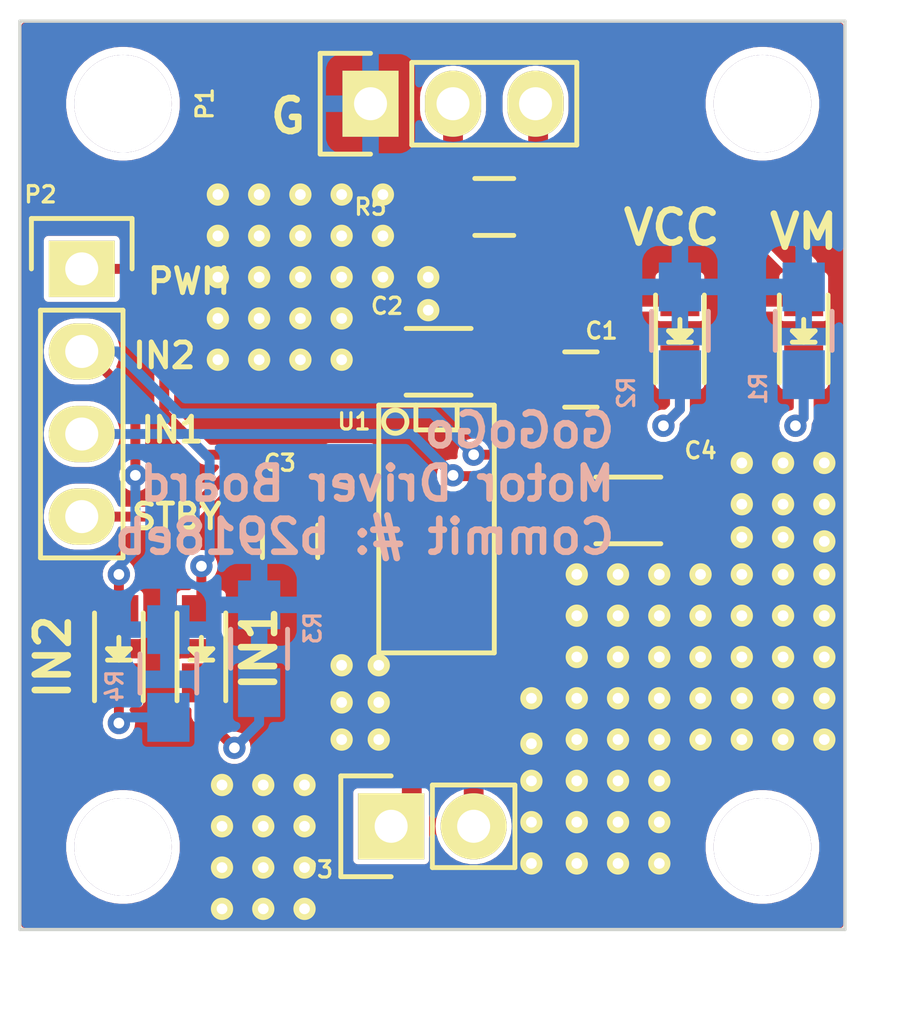
<source format=kicad_pcb>
(kicad_pcb (version 20221018) (generator pcbnew)
  (layers (0 "F.Cu" signal) (31 "B.Cu" signal) (34 "B.Paste" user) (35 "F.Paste" user) (36 "B.SilkS" user "B.Silkscreen") (37 "F.SilkS" user "F.Silkscreen") (38 "B.Mask" user) (39 "F.Mask" user) (44 "Edge.Cuts" user))
  (net 0 "")
  (net 1 "GND")
  (net 2 "/VCC")
  (net 3 "/VM")
  (net 4 "/PWM")
  (net 5 "/IN2")
  (net 6 "/IN1")
  (net 7 "/STBY")
  (net 8 "/O1")
  (net 9 "/O2")
  (net 10 "Net-(D1-Pad1)")
  (net 11 "Net-(D2-Pad1)")
  (net 12 "Net-(D3-Pad1)")
  (net 13 "Net-(D4-Pad1)")
  (footprint "Capacitors_SMD:C_0805" (layer "F.Cu") (at 168.656 116.1796)
    (fp_text reference "C1" (at 0.635 -1.4986) (layer "F.SilkS") (effects (font (size 0.5 0.5) (thickness 0.1))))
    (fp_text value ".1U")
    (pad "1" smd rect (at -1 0) (size 1 1.25) (layers "F.Cu" "F.Paste" "F.Mask") (net 2 "/VCC"))
    (pad "2" smd rect (at 1 0) (size 1 1.25) (layers "F.Cu" "F.Paste" "F.Mask") (net 1 "GND"))
  )
  (footprint "Capacitors_SMD:C_1206" (layer "F.Cu") (at 164.2745 115.6335 180)
    (fp_text reference "C2" (at 1.5875 1.7145 180) (layer "F.SilkS") (effects (font (size 0.5 0.5) (thickness 0.1))))
    (fp_text value "10U")
    (pad "1" smd rect (at -1.5 0 180) (size 1 1.6) (layers "F.Cu" "F.Paste" "F.Mask") (net 2 "/VCC"))
    (pad "2" smd rect (at 1.5 0 180) (size 1 1.6) (layers "F.Cu" "F.Paste" "F.Mask") (net 1 "GND"))
  )
  (footprint "Capacitors_SMD:C_0805" (layer "F.Cu") (at 159.7025 121.158 -90)
    (fp_text reference "C3" (at -2.413 0.3175) (layer "F.SilkS") (effects (font (size 0.5 0.5) (thickness 0.1))))
    (fp_text value ".1U")
    (pad "1" smd rect (at -1 0 270) (size 1 1.25) (layers "F.Cu" "F.Paste" "F.Mask") (net 3 "/VM"))
    (pad "2" smd rect (at 1 0 270) (size 1 1.25) (layers "F.Cu" "F.Paste" "F.Mask") (net 1 "GND"))
  )
  (footprint "Capacitors_SMD:C_1206" (layer "F.Cu") (at 170.1165 120.2055)
    (fp_text reference "C4" (at 2.2225 -1.8415) (layer "F.SilkS") (effects (font (size 0.5 0.5) (thickness 0.1))))
    (fp_text value "10U")
    (pad "1" smd rect (at -1.5 0) (size 1 1.6) (layers "F.Cu" "F.Paste" "F.Mask") (net 3 "/VM"))
    (pad "2" smd rect (at 1.5 0) (size 1 1.6) (layers "F.Cu" "F.Paste" "F.Mask") (net 1 "GND"))
  )
  (footprint "Pin_Headers:Pin_Header_Straight_1x04" (layer "F.Cu") (at 153.289 112.776)
    (fp_text reference "P2" (at -1.27 -2.286) (layer "F.SilkS") (effects (font (size 0.5 0.5) (thickness 0.1))))
    (fp_text value "CONN_01X04")
    (pad "1" thru_hole rect (at 0 0) (size 2.032 1.7272) (drill 1.016) (layers "*.Cu" "*.Mask" "F.SilkS") (net 4 "/PWM"))
    (pad "2" thru_hole oval (at 0 2.54) (size 2.032 1.7272) (drill 1.016) (layers "*.Cu" "*.Mask" "F.SilkS") (net 5 "/IN2"))
    (pad "3" thru_hole oval (at 0 5.08) (size 2.032 1.7272) (drill 1.016) (layers "*.Cu" "*.Mask" "F.SilkS") (net 6 "/IN1"))
    (pad "4" thru_hole oval (at 0 7.62) (size 2.032 1.7272) (drill 1.016) (layers "*.Cu" "*.Mask" "F.SilkS") (net 7 "/STBY"))
  )
  (footprint "Pin_Headers:Pin_Header_Straight_1x02" (layer "F.Cu") (at 162.814 129.921 90)
    (fp_text reference "P3" (at -1.3335 -2.286 180) (layer "F.SilkS") (effects (font (size 0.5 0.5) (thickness 0.1))))
    (fp_text value "CONN_01X02")
    (pad "1" thru_hole rect (at 0 0 90) (size 2.032 2.032) (drill 1.016) (layers "*.Cu" "*.Mask" "F.SilkS") (net 8 "/O1"))
    (pad "2" thru_hole oval (at 0 2.54 90) (size 2.032 2.032) (drill 1.016) (layers "*.Cu" "*.Mask" "F.SilkS") (net 9 "/O2"))
  )
  (footprint "SMD_Packages:SSOP-20" (layer "F.Cu") (at 164.211 120.777 -90)
    (fp_text reference "U1" (at -3.302 2.54) (layer "F.SilkS") (effects (font (size 0.5 0.5) (thickness 0.1))))
    (fp_text value "TB6593FNG")
    (pad "1" smd rect (at -2.921 2.667 270) (size 0.4064 1.27) (layers "F.Cu" "F.Paste" "F.Mask") (net 1 "GND"))
    (pad "2" smd rect (at -2.286 2.667 270) (size 0.4064 1.27) (layers "F.Cu" "F.Paste" "F.Mask") (net 4 "/PWM"))
    (pad "3" smd rect (at -1.6256 2.667 270) (size 0.4064 1.27) (layers "F.Cu" "F.Paste" "F.Mask") (net 7 "/STBY"))
    (pad "4" smd rect (at -0.9652 2.667 270) (size 0.4064 1.27) (layers "F.Cu" "F.Paste" "F.Mask") (net 3 "/VM"))
    (pad "5" smd rect (at -0.3302 2.667 270) (size 0.4064 1.27) (layers "F.Cu" "F.Paste" "F.Mask") (net 3 "/VM"))
    (pad "6" smd rect (at 0.3302 2.667 270) (size 0.4064 1.27) (layers "F.Cu" "F.Paste" "F.Mask") (net 8 "/O1"))
    (pad "7" smd rect (at 0.9906 2.667 270) (size 0.4064 1.27) (layers "F.Cu" "F.Paste" "F.Mask") (net 8 "/O1"))
    (pad "8" smd rect (at 1.6256 2.667 270) (size 0.4064 1.27) (layers "F.Cu" "F.Paste" "F.Mask") (net 1 "GND"))
    (pad "9" smd rect (at 2.286 2.667 270) (size 0.4064 1.27) (layers "F.Cu" "F.Paste" "F.Mask") (net 1 "GND"))
    (pad "10" smd rect (at 2.921 2.667 270) (size 0.4064 1.27) (layers "F.Cu" "F.Paste" "F.Mask") (net 1 "GND"))
    (pad "11" smd rect (at 2.921 -2.667 270) (size 0.4064 1.27) (layers "F.Cu" "F.Paste" "F.Mask") (net 1 "GND"))
    (pad "12" smd rect (at 2.286 -2.667 270) (size 0.4064 1.27) (layers "F.Cu" "F.Paste" "F.Mask") (net 1 "GND"))
    (pad "13" smd rect (at 1.6256 -2.667 270) (size 0.4064 1.27) (layers "F.Cu" "F.Paste" "F.Mask") (net 1 "GND"))
    (pad "14" smd rect (at 0.9906 -2.667 270) (size 0.4064 1.27) (layers "F.Cu" "F.Paste" "F.Mask") (net 9 "/O2"))
    (pad "15" smd rect (at 0.3302 -2.667 270) (size 0.4064 1.27) (layers "F.Cu" "F.Paste" "F.Mask") (net 9 "/O2"))
    (pad "16" smd rect (at -0.3302 -2.667 270) (size 0.4064 1.27) (layers "F.Cu" "F.Paste" "F.Mask") (net 3 "/VM"))
    (pad "17" smd rect (at -0.9652 -2.667 270) (size 0.4064 1.27) (layers "F.Cu" "F.Paste" "F.Mask") (net 3 "/VM"))
    (pad "18" smd rect (at -1.6256 -2.667 270) (size 0.4064 1.27) (layers "F.Cu" "F.Paste" "F.Mask") (net 6 "/IN1"))
    (pad "19" smd rect (at -2.286 -2.667 270) (size 0.4064 1.27) (layers "F.Cu" "F.Paste" "F.Mask") (net 5 "/IN2"))
    (pad "20" smd rect (at -2.921 -2.667 270) (size 0.4064 1.27) (layers "F.Cu" "F.Paste" "F.Mask") (net 2 "/VCC"))
  )
  (footprint "LEDs:LED-0805" (layer "F.Cu") (at 175.514 114.681 90)
    (fp_text reference "D1" hide)
    (fp_text value "LED")
    (pad "1" smd rect (at -1.04902 0 270) (size 1.19888 1.19888) (layers "F.Cu" "F.Paste" "F.Mask") (net 10 "Net-(D1-Pad1)"))
    (pad "2" smd rect (at 1.04902 0 270) (size 1.19888 1.19888) (layers "F.Cu" "F.Paste" "F.Mask") (net 3 "/VM"))
  )
  (footprint "LEDs:LED-0805" (layer "F.Cu") (at 171.704 114.681 90)
    (fp_text reference "D2" hide)
    (fp_text value "LED")
    (pad "1" smd rect (at -1.04902 0 270) (size 1.19888 1.19888) (layers "F.Cu" "F.Paste" "F.Mask") (net 11 "Net-(D2-Pad1)"))
    (pad "2" smd rect (at 1.04902 0 270) (size 1.19888 1.19888) (layers "F.Cu" "F.Paste" "F.Mask") (net 2 "/VCC"))
  )
  (footprint "LEDs:LED-0805" (layer "F.Cu") (at 156.972 124.46 90)
    (fp_text reference "D3" hide)
    (fp_text value "LED")
    (pad "1" smd rect (at -1.04902 0 270) (size 1.19888 1.19888) (layers "F.Cu" "F.Paste" "F.Mask") (net 12 "Net-(D3-Pad1)"))
    (pad "2" smd rect (at 1.04902 0 270) (size 1.19888 1.19888) (layers "F.Cu" "F.Paste" "F.Mask") (net 6 "/IN1"))
  )
  (footprint "LEDs:LED-0805" (layer "F.Cu") (at 154.432 124.46 90)
    (fp_text reference "D4" hide)
    (fp_text value "LED")
    (pad "1" smd rect (at -1.04902 0 270) (size 1.19888 1.19888) (layers "F.Cu" "F.Paste" "F.Mask") (net 13 "Net-(D4-Pad1)"))
    (pad "2" smd rect (at 1.04902 0 270) (size 1.19888 1.19888) (layers "F.Cu" "F.Paste" "F.Mask") (net 5 "/IN2"))
  )
  (footprint "Resistors_SMD:R_0805_HandSoldering" (layer "F.Cu") (at 165.989 110.871 180)
    (fp_text reference "R5" (at 3.81 0 180) (layer "F.SilkS") (effects (font (size 0.5 0.5) (thickness 0.1))))
    (fp_text value "0")
    (pad "1" smd rect (at -1.35 0 180) (size 1.5 1.3) (layers "F.Cu" "F.Paste" "F.Mask") (net 3 "/VM"))
    (pad "2" smd rect (at 1.35 0 180) (size 1.5 1.3) (layers "F.Cu" "F.Paste" "F.Mask") (net 2 "/VCC"))
  )
  (footprint "Pin_Headers:Pin_Header_Straight_1x03" (layer "F.Cu") (at 162.179 107.696 90)
    (fp_text reference "P1" (at 0 -5.1 90) (layer "F.SilkS") (effects (font (size 0.5 0.5) (thickness 0.1))))
    (fp_text value "CONN_01X03")
    (pad "1" thru_hole rect (at 0 0 90) (size 2.032 1.7272) (drill 1.016) (layers "*.Cu" "*.Mask" "F.SilkS") (net 1 "GND"))
    (pad "2" thru_hole oval (at 0 2.54 90) (size 2.032 1.7272) (drill 1.016) (layers "*.Cu" "*.Mask" "F.SilkS") (net 2 "/VCC"))
    (pad "3" thru_hole oval (at 0 5.08 90) (size 2.032 1.7272) (drill 1.016) (layers "*.Cu" "*.Mask" "F.SilkS") (net 3 "/VM"))
  )
  (footprint "Mounting_Holes:MountingHole_3mm" (layer "F.Cu") (at 174.244 107.696)
    (fp_text reference "REF**" hide)
    (fp_text value "MountingHole_3mm")
    (pad "" thru_hole circle (at 0 0) (size 3 3) (drill 3) (layers))
  )
  (footprint "Mounting_Holes:MountingHole_3mm" (layer "F.Cu") (at 154.559 107.696)
    (fp_text reference "REF**11" hide)
    (fp_text value "MountingHole_3mm")
    (pad "" thru_hole circle (at 0 0) (size 3 3) (drill 3) (layers))
  )
  (footprint "Mounting_Holes:MountingHole_3mm" (layer "F.Cu") (at 154.559 130.556)
    (fp_text reference "REF**11" hide)
    (fp_text value "MountingHole_3mm")
    (pad "" thru_hole circle (at 0 0) (size 3 3) (drill 3) (layers))
  )
  (footprint "Mounting_Holes:MountingHole_3mm" (layer "F.Cu") (at 174.244 130.556)
    (fp_text reference "REF**" hide)
    (fp_text value "MountingHole_3mm")
    (pad "" thru_hole circle (at 0 0) (size 3 3) (drill 3) (layers))
  )
  (footprint "MotorDriver:Via" (layer "F.Cu") (at 157.48 110.49)
    (fp_text reference "REF**111" hide)
    (fp_text value "Via" hide)
    (pad "1" thru_hole circle (at 0 0) (size 0.6858 0.6858) (drill 0.3302) (layers "*.Cu" "*.Mask" "F.SilkS") (net 1 "GND"))
  )
  (footprint "MotorDriver:Via" (layer "F.Cu") (at 158.75 110.49)
    (fp_text reference "REF**121" hide)
    (fp_text value "Via" hide)
    (pad "1" thru_hole circle (at 0 0) (size 0.6858 0.6858) (drill 0.3302) (layers "*.Cu" "*.Mask" "F.SilkS") (net 1 "GND"))
  )
  (footprint "MotorDriver:Via" (layer "F.Cu") (at 160.02 110.49)
    (fp_text reference "REF**131" hide)
    (fp_text value "Via" hide)
    (pad "1" thru_hole circle (at 0 0) (size 0.6858 0.6858) (drill 0.3302) (layers "*.Cu" "*.Mask" "F.SilkS") (net 1 "GND"))
  )
  (footprint "MotorDriver:Via" (layer "F.Cu") (at 161.29 110.49)
    (fp_text reference "REF**141" hide)
    (fp_text value "Via" hide)
    (pad "1" thru_hole circle (at 0 0) (size 0.6858 0.6858) (drill 0.3302) (layers "*.Cu" "*.Mask" "F.SilkS") (net 1 "GND"))
  )
  (footprint "MotorDriver:Via" (layer "F.Cu") (at 162.56 110.49)
    (fp_text reference "REF**151" hide)
    (fp_text value "Via" hide)
    (pad "1" thru_hole circle (at 0 0) (size 0.6858 0.6858) (drill 0.3302) (layers "*.Cu" "*.Mask" "F.SilkS") (net 1 "GND"))
  )
  (footprint "MotorDriver:Via" (layer "F.Cu") (at 157.48 111.76)
    (fp_text reference "REF**112" hide)
    (fp_text value "Via" hide)
    (pad "1" thru_hole circle (at 0 0) (size 0.6858 0.6858) (drill 0.3302) (layers "*.Cu" "*.Mask" "F.SilkS") (net 1 "GND"))
  )
  (footprint "MotorDriver:Via" (layer "F.Cu") (at 158.75 111.76)
    (fp_text reference "REF**122" hide)
    (fp_text value "Via" hide)
    (pad "1" thru_hole circle (at 0 0) (size 0.6858 0.6858) (drill 0.3302) (layers "*.Cu" "*.Mask" "F.SilkS") (net 1 "GND"))
  )
  (footprint "MotorDriver:Via" (layer "F.Cu") (at 160.02 111.76)
    (fp_text reference "REF**132" hide)
    (fp_text value "Via" hide)
    (pad "1" thru_hole circle (at 0 0) (size 0.6858 0.6858) (drill 0.3302) (layers "*.Cu" "*.Mask" "F.SilkS") (net 1 "GND"))
  )
  (footprint "MotorDriver:Via" (layer "F.Cu") (at 161.29 111.76)
    (fp_text reference "REF**142" hide)
    (fp_text value "Via" hide)
    (pad "1" thru_hole circle (at 0 0) (size 0.6858 0.6858) (drill 0.3302) (layers "*.Cu" "*.Mask" "F.SilkS") (net 1 "GND"))
  )
  (footprint "MotorDriver:Via" (layer "F.Cu") (at 162.56 111.76)
    (fp_text reference "REF**152" hide)
    (fp_text value "Via" hide)
    (pad "1" thru_hole circle (at 0 0) (size 0.6858 0.6858) (drill 0.3302) (layers "*.Cu" "*.Mask" "F.SilkS") (net 1 "GND"))
  )
  (footprint "MotorDriver:Via" (layer "F.Cu") (at 157.48 113.03)
    (fp_text reference "REF**113" hide)
    (fp_text value "Via" hide)
    (pad "1" thru_hole circle (at 0 0) (size 0.6858 0.6858) (drill 0.3302) (layers "*.Cu" "*.Mask" "F.SilkS") (net 1 "GND"))
  )
  (footprint "MotorDriver:Via" (layer "F.Cu") (at 158.75 113.03)
    (fp_text reference "REF**123" hide)
    (fp_text value "Via" hide)
    (pad "1" thru_hole circle (at 0 0) (size 0.6858 0.6858) (drill 0.3302) (layers "*.Cu" "*.Mask" "F.SilkS") (net 1 "GND"))
  )
  (footprint "MotorDriver:Via" (layer "F.Cu") (at 160.02 113.03)
    (fp_text reference "REF**133" hide)
    (fp_text value "Via" hide)
    (pad "1" thru_hole circle (at 0 0) (size 0.6858 0.6858) (drill 0.3302) (layers "*.Cu" "*.Mask" "F.SilkS") (net 1 "GND"))
  )
  (footprint "MotorDriver:Via" (layer "F.Cu") (at 161.29 113.03)
    (fp_text reference "REF**143" hide)
    (fp_text value "Via" hide)
    (pad "1" thru_hole circle (at 0 0) (size 0.6858 0.6858) (drill 0.3302) (layers "*.Cu" "*.Mask" "F.SilkS") (net 1 "GND"))
  )
  (footprint "MotorDriver:Via" (layer "F.Cu") (at 162.56 113.03)
    (fp_text reference "REF**153" hide)
    (fp_text value "Via" hide)
    (pad "1" thru_hole circle (at 0 0) (size 0.6858 0.6858) (drill 0.3302) (layers "*.Cu" "*.Mask" "F.SilkS") (net 1 "GND"))
  )
  (footprint "MotorDriver:Via" (layer "F.Cu") (at 157.48 114.3)
    (fp_text reference "REF**114" hide)
    (fp_text value "Via" hide)
    (pad "1" thru_hole circle (at 0 0) (size 0.6858 0.6858) (drill 0.3302) (layers "*.Cu" "*.Mask" "F.SilkS") (net 1 "GND"))
  )
  (footprint "MotorDriver:Via" (layer "F.Cu") (at 158.75 114.3)
    (fp_text reference "REF**124" hide)
    (fp_text value "Via" hide)
    (pad "1" thru_hole circle (at 0 0) (size 0.6858 0.6858) (drill 0.3302) (layers "*.Cu" "*.Mask" "F.SilkS") (net 1 "GND"))
  )
  (footprint "MotorDriver:Via" (layer "F.Cu") (at 160.02 114.3)
    (fp_text reference "REF**134" hide)
    (fp_text value "Via" hide)
    (pad "1" thru_hole circle (at 0 0) (size 0.6858 0.6858) (drill 0.3302) (layers "*.Cu" "*.Mask" "F.SilkS") (net 1 "GND"))
  )
  (footprint "MotorDriver:Via" (layer "F.Cu") (at 161.29 114.3)
    (fp_text reference "REF**144" hide)
    (fp_text value "Via" hide)
    (pad "1" thru_hole circle (at 0 0) (size 0.6858 0.6858) (drill 0.3302) (layers "*.Cu" "*.Mask" "F.SilkS") (net 1 "GND"))
  )
  (footprint "MotorDriver:Via" (layer "F.Cu") (at 163.957 114.046)
    (fp_text reference "REF**154" hide)
    (fp_text value "Via" hide)
    (pad "1" thru_hole circle (at 0 0) (size 0.6858 0.6858) (drill 0.3302) (layers "*.Cu" "*.Mask" "F.SilkS") (net 1 "GND"))
  )
  (footprint "MotorDriver:Via" (layer "F.Cu") (at 157.48 115.57)
    (fp_text reference "REF**115" hide)
    (fp_text value "Via" hide)
    (pad "1" thru_hole circle (at 0 0) (size 0.6858 0.6858) (drill 0.3302) (layers "*.Cu" "*.Mask" "F.SilkS") (net 1 "GND"))
  )
  (footprint "MotorDriver:Via" (layer "F.Cu") (at 158.75 115.57)
    (fp_text reference "REF**125" hide)
    (fp_text value "Via" hide)
    (pad "1" thru_hole circle (at 0 0) (size 0.6858 0.6858) (drill 0.3302) (layers "*.Cu" "*.Mask" "F.SilkS") (net 1 "GND"))
  )
  (footprint "MotorDriver:Via" (layer "F.Cu") (at 160.02 115.57)
    (fp_text reference "REF**135" hide)
    (fp_text value "Via" hide)
    (pad "1" thru_hole circle (at 0 0) (size 0.6858 0.6858) (drill 0.3302) (layers "*.Cu" "*.Mask" "F.SilkS") (net 1 "GND"))
  )
  (footprint "MotorDriver:Via" (layer "F.Cu") (at 161.29 115.57)
    (fp_text reference "REF**145" hide)
    (fp_text value "Via" hide)
    (pad "1" thru_hole circle (at 0 0) (size 0.6858 0.6858) (drill 0.3302) (layers "*.Cu" "*.Mask" "F.SilkS") (net 1 "GND"))
  )
  (footprint "MotorDriver:Via" (layer "F.Cu") (at 163.957 113.03)
    (fp_text reference "REF**155" hide)
    (fp_text value "Via" hide)
    (pad "1" thru_hole circle (at 0 0) (size 0.6858 0.6858) (drill 0.3302) (layers "*.Cu" "*.Mask" "F.SilkS") (net 1 "GND"))
  )
  (footprint "MotorDriver:Via" (layer "F.Cu") (at 168.529 122.174)
    (fp_text reference "REF**1511" hide)
    (fp_text value "Via" hide)
    (pad "1" thru_hole circle (at 0 0) (size 0.6858 0.6858) (drill 0.3302) (layers "*.Cu" "*.Mask" "F.SilkS") (net 1 "GND"))
  )
  (footprint "MotorDriver:Via" (layer "F.Cu") (at 169.799 122.174)
    (fp_text reference "REF**1521" hide)
    (fp_text value "Via" hide)
    (pad "1" thru_hole circle (at 0 0) (size 0.6858 0.6858) (drill 0.3302) (layers "*.Cu" "*.Mask" "F.SilkS") (net 1 "GND"))
  )
  (footprint "MotorDriver:Via" (layer "F.Cu") (at 171.069 122.174)
    (fp_text reference "REF**1531" hide)
    (fp_text value "Via" hide)
    (pad "1" thru_hole circle (at 0 0) (size 0.6858 0.6858) (drill 0.3302) (layers "*.Cu" "*.Mask" "F.SilkS") (net 1 "GND"))
  )
  (footprint "MotorDriver:Via" (layer "F.Cu") (at 172.339 122.174)
    (fp_text reference "REF**1541" hide)
    (fp_text value "Via" hide)
    (pad "1" thru_hole circle (at 0 0) (size 0.6858 0.6858) (drill 0.3302) (layers "*.Cu" "*.Mask" "F.SilkS") (net 1 "GND"))
  )
  (footprint "MotorDriver:Via" (layer "F.Cu") (at 173.609 122.174)
    (fp_text reference "REF**1551" hide)
    (fp_text value "Via" hide)
    (pad "1" thru_hole circle (at 0 0) (size 0.6858 0.6858) (drill 0.3302) (layers "*.Cu" "*.Mask" "F.SilkS") (net 1 "GND"))
  )
  (footprint "MotorDriver:Via" (layer "F.Cu") (at 174.879 122.174)
    (fp_text reference "REF**1561" hide)
    (fp_text value "Via" hide)
    (pad "1" thru_hole circle (at 0 0) (size 0.6858 0.6858) (drill 0.3302) (layers "*.Cu" "*.Mask" "F.SilkS") (net 1 "GND"))
  )
  (footprint "MotorDriver:Via" (layer "F.Cu") (at 176.149 122.174)
    (fp_text reference "REF**1571" hide)
    (fp_text value "Via" hide)
    (pad "1" thru_hole circle (at 0 0) (size 0.6858 0.6858) (drill 0.3302) (layers "*.Cu" "*.Mask" "F.SilkS") (net 1 "GND"))
  )
  (footprint "MotorDriver:Via" (layer "F.Cu") (at 173.609 121.031)
    (fp_text reference "REF**1581" hide)
    (fp_text value "Via" hide)
    (pad "1" thru_hole circle (at 0 0) (size 0.6858 0.6858) (drill 0.3302) (layers "*.Cu" "*.Mask" "F.SilkS") (net 1 "GND"))
  )
  (footprint "MotorDriver:Via" (layer "F.Cu") (at 168.529 123.444)
    (fp_text reference "REF**1512" hide)
    (fp_text value "Via" hide)
    (pad "1" thru_hole circle (at 0 0) (size 0.6858 0.6858) (drill 0.3302) (layers "*.Cu" "*.Mask" "F.SilkS") (net 1 "GND"))
  )
  (footprint "MotorDriver:Via" (layer "F.Cu") (at 169.799 123.444)
    (fp_text reference "REF**1522" hide)
    (fp_text value "Via" hide)
    (pad "1" thru_hole circle (at 0 0) (size 0.6858 0.6858) (drill 0.3302) (layers "*.Cu" "*.Mask" "F.SilkS") (net 1 "GND"))
  )
  (footprint "MotorDriver:Via" (layer "F.Cu") (at 171.069 123.444)
    (fp_text reference "REF**1532" hide)
    (fp_text value "Via" hide)
    (pad "1" thru_hole circle (at 0 0) (size 0.6858 0.6858) (drill 0.3302) (layers "*.Cu" "*.Mask" "F.SilkS") (net 1 "GND"))
  )
  (footprint "MotorDriver:Via" (layer "F.Cu") (at 172.339 123.444)
    (fp_text reference "REF**1542" hide)
    (fp_text value "Via" hide)
    (pad "1" thru_hole circle (at 0 0) (size 0.6858 0.6858) (drill 0.3302) (layers "*.Cu" "*.Mask" "F.SilkS") (net 1 "GND"))
  )
  (footprint "MotorDriver:Via" (layer "F.Cu") (at 173.609 123.444)
    (fp_text reference "REF**1552" hide)
    (fp_text value "Via" hide)
    (pad "1" thru_hole circle (at 0 0) (size 0.6858 0.6858) (drill 0.3302) (layers "*.Cu" "*.Mask" "F.SilkS") (net 1 "GND"))
  )
  (footprint "MotorDriver:Via" (layer "F.Cu") (at 174.879 123.444)
    (fp_text reference "REF**1562" hide)
    (fp_text value "Via" hide)
    (pad "1" thru_hole circle (at 0 0) (size 0.6858 0.6858) (drill 0.3302) (layers "*.Cu" "*.Mask" "F.SilkS") (net 1 "GND"))
  )
  (footprint "MotorDriver:Via" (layer "F.Cu") (at 176.149 123.444)
    (fp_text reference "REF**1572" hide)
    (fp_text value "Via" hide)
    (pad "1" thru_hole circle (at 0 0) (size 0.6858 0.6858) (drill 0.3302) (layers "*.Cu" "*.Mask" "F.SilkS") (net 1 "GND"))
  )
  (footprint "MotorDriver:Via" (layer "F.Cu") (at 174.879 121.031)
    (fp_text reference "REF**1582" hide)
    (fp_text value "Via" hide)
    (pad "1" thru_hole circle (at 0 0) (size 0.6858 0.6858) (drill 0.3302) (layers "*.Cu" "*.Mask" "F.SilkS") (net 1 "GND"))
  )
  (footprint "MotorDriver:Via" (layer "F.Cu") (at 168.529 124.714)
    (fp_text reference "REF**1513" hide)
    (fp_text value "Via" hide)
    (pad "1" thru_hole circle (at 0 0) (size 0.6858 0.6858) (drill 0.3302) (layers "*.Cu" "*.Mask" "F.SilkS") (net 1 "GND"))
  )
  (footprint "MotorDriver:Via" (layer "F.Cu") (at 169.799 124.714)
    (fp_text reference "REF**1523" hide)
    (fp_text value "Via" hide)
    (pad "1" thru_hole circle (at 0 0) (size 0.6858 0.6858) (drill 0.3302) (layers "*.Cu" "*.Mask" "F.SilkS") (net 1 "GND"))
  )
  (footprint "MotorDriver:Via" (layer "F.Cu") (at 171.069 124.714)
    (fp_text reference "REF**1533" hide)
    (fp_text value "Via" hide)
    (pad "1" thru_hole circle (at 0 0) (size 0.6858 0.6858) (drill 0.3302) (layers "*.Cu" "*.Mask" "F.SilkS") (net 1 "GND"))
  )
  (footprint "MotorDriver:Via" (layer "F.Cu") (at 172.339 124.714)
    (fp_text reference "REF**1543" hide)
    (fp_text value "Via" hide)
    (pad "1" thru_hole circle (at 0 0) (size 0.6858 0.6858) (drill 0.3302) (layers "*.Cu" "*.Mask" "F.SilkS") (net 1 "GND"))
  )
  (footprint "MotorDriver:Via" (layer "F.Cu") (at 173.609 124.714)
    (fp_text reference "REF**1553" hide)
    (fp_text value "Via" hide)
    (pad "1" thru_hole circle (at 0 0) (size 0.6858 0.6858) (drill 0.3302) (layers "*.Cu" "*.Mask" "F.SilkS") (net 1 "GND"))
  )
  (footprint "MotorDriver:Via" (layer "F.Cu") (at 174.879 124.714)
    (fp_text reference "REF**1563" hide)
    (fp_text value "Via" hide)
    (pad "1" thru_hole circle (at 0 0) (size 0.6858 0.6858) (drill 0.3302) (layers "*.Cu" "*.Mask" "F.SilkS") (net 1 "GND"))
  )
  (footprint "MotorDriver:Via" (layer "F.Cu") (at 176.149 124.714)
    (fp_text reference "REF**1573" hide)
    (fp_text value "Via" hide)
    (pad "1" thru_hole circle (at 0 0) (size 0.6858 0.6858) (drill 0.3302) (layers "*.Cu" "*.Mask" "F.SilkS") (net 1 "GND"))
  )
  (footprint "MotorDriver:Via" (layer "F.Cu") (at 176.149 121.158)
    (fp_text reference "REF**1583" hide)
    (fp_text value "Via" hide)
    (pad "1" thru_hole circle (at 0 0) (size 0.6858 0.6858) (drill 0.3302) (layers "*.Cu" "*.Mask" "F.SilkS") (net 1 "GND"))
  )
  (footprint "MotorDriver:Via" (layer "F.Cu") (at 168.529 125.984)
    (fp_text reference "REF**1514" hide)
    (fp_text value "Via" hide)
    (pad "1" thru_hole circle (at 0 0) (size 0.6858 0.6858) (drill 0.3302) (layers "*.Cu" "*.Mask" "F.SilkS") (net 1 "GND"))
  )
  (footprint "MotorDriver:Via" (layer "F.Cu") (at 169.799 125.984)
    (fp_text reference "REF**1524" hide)
    (fp_text value "Via" hide)
    (pad "1" thru_hole circle (at 0 0) (size 0.6858 0.6858) (drill 0.3302) (layers "*.Cu" "*.Mask" "F.SilkS") (net 1 "GND"))
  )
  (footprint "MotorDriver:Via" (layer "F.Cu") (at 171.069 125.984)
    (fp_text reference "REF**1534" hide)
    (fp_text value "Via" hide)
    (pad "1" thru_hole circle (at 0 0) (size 0.6858 0.6858) (drill 0.3302) (layers "*.Cu" "*.Mask" "F.SilkS") (net 1 "GND"))
  )
  (footprint "MotorDriver:Via" (layer "F.Cu") (at 172.339 125.984)
    (fp_text reference "REF**1544" hide)
    (fp_text value "Via" hide)
    (pad "1" thru_hole circle (at 0 0) (size 0.6858 0.6858) (drill 0.3302) (layers "*.Cu" "*.Mask" "F.SilkS") (net 1 "GND"))
  )
  (footprint "MotorDriver:Via" (layer "F.Cu") (at 173.609 125.984)
    (fp_text reference "REF**1554" hide)
    (fp_text value "Via" hide)
    (pad "1" thru_hole circle (at 0 0) (size 0.6858 0.6858) (drill 0.3302) (layers "*.Cu" "*.Mask" "F.SilkS") (net 1 "GND"))
  )
  (footprint "MotorDriver:Via" (layer "F.Cu") (at 174.879 125.984)
    (fp_text reference "REF**1564" hide)
    (fp_text value "Via" hide)
    (pad "1" thru_hole circle (at 0 0) (size 0.6858 0.6858) (drill 0.3302) (layers "*.Cu" "*.Mask" "F.SilkS") (net 1 "GND"))
  )
  (footprint "MotorDriver:Via" (layer "F.Cu") (at 176.149 125.984)
    (fp_text reference "REF**1574" hide)
    (fp_text value "Via" hide)
    (pad "1" thru_hole circle (at 0 0) (size 0.6858 0.6858) (drill 0.3302) (layers "*.Cu" "*.Mask" "F.SilkS") (net 1 "GND"))
  )
  (footprint "MotorDriver:Via" (layer "F.Cu") (at 176.149 120.015)
    (fp_text reference "REF**1584" hide)
    (fp_text value "Via" hide)
    (pad "1" thru_hole circle (at 0 0) (size 0.6858 0.6858) (drill 0.3302) (layers "*.Cu" "*.Mask" "F.SilkS") (net 1 "GND"))
  )
  (footprint "MotorDriver:Via" (layer "F.Cu") (at 168.529 127.254)
    (fp_text reference "REF**1515" hide)
    (fp_text value "Via" hide)
    (pad "1" thru_hole circle (at 0 0) (size 0.6858 0.6858) (drill 0.3302) (layers "*.Cu" "*.Mask" "F.SilkS") (net 1 "GND"))
  )
  (footprint "MotorDriver:Via" (layer "F.Cu") (at 169.799 127.254)
    (fp_text reference "REF**1525" hide)
    (fp_text value "Via" hide)
    (pad "1" thru_hole circle (at 0 0) (size 0.6858 0.6858) (drill 0.3302) (layers "*.Cu" "*.Mask" "F.SilkS") (net 1 "GND"))
  )
  (footprint "MotorDriver:Via" (layer "F.Cu") (at 171.069 127.254)
    (fp_text reference "REF**1535" hide)
    (fp_text value "Via" hide)
    (pad "1" thru_hole circle (at 0 0) (size 0.6858 0.6858) (drill 0.3302) (layers "*.Cu" "*.Mask" "F.SilkS") (net 1 "GND"))
  )
  (footprint "MotorDriver:Via" (layer "F.Cu") (at 172.339 127.254)
    (fp_text reference "REF**1545" hide)
    (fp_text value "Via" hide)
    (pad "1" thru_hole circle (at 0 0) (size 0.6858 0.6858) (drill 0.3302) (layers "*.Cu" "*.Mask" "F.SilkS") (net 1 "GND"))
  )
  (footprint "MotorDriver:Via" (layer "F.Cu") (at 173.609 127.254)
    (fp_text reference "REF**1555" hide)
    (fp_text value "Via" hide)
    (pad "1" thru_hole circle (at 0 0) (size 0.6858 0.6858) (drill 0.3302) (layers "*.Cu" "*.Mask" "F.SilkS") (net 1 "GND"))
  )
  (footprint "MotorDriver:Via" (layer "F.Cu") (at 174.879 127.254)
    (fp_text reference "REF**1565" hide)
    (fp_text value "Via" hide)
    (pad "1" thru_hole circle (at 0 0) (size 0.6858 0.6858) (drill 0.3302) (layers "*.Cu" "*.Mask" "F.SilkS") (net 1 "GND"))
  )
  (footprint "MotorDriver:Via" (layer "F.Cu") (at 176.149 127.254)
    (fp_text reference "REF**1575" hide)
    (fp_text value "Via" hide)
    (pad "1" thru_hole circle (at 0 0) (size 0.6858 0.6858) (drill 0.3302) (layers "*.Cu" "*.Mask" "F.SilkS") (net 1 "GND"))
  )
  (footprint "MotorDriver:Via" (layer "F.Cu") (at 174.879 120.015)
    (fp_text reference "REF**1585" hide)
    (fp_text value "Via" hide)
    (pad "1" thru_hole circle (at 0 0) (size 0.6858 0.6858) (drill 0.3302) (layers "*.Cu" "*.Mask" "F.SilkS") (net 1 "GND"))
  )
  (footprint "MotorDriver:Via" (layer "F.Cu") (at 168.529 128.524)
    (fp_text reference "REF**1516" hide)
    (fp_text value "Via" hide)
    (pad "1" thru_hole circle (at 0 0) (size 0.6858 0.6858) (drill 0.3302) (layers "*.Cu" "*.Mask" "F.SilkS") (net 1 "GND"))
  )
  (footprint "MotorDriver:Via" (layer "F.Cu") (at 169.799 128.524)
    (fp_text reference "REF**1526" hide)
    (fp_text value "Via" hide)
    (pad "1" thru_hole circle (at 0 0) (size 0.6858 0.6858) (drill 0.3302) (layers "*.Cu" "*.Mask" "F.SilkS") (net 1 "GND"))
  )
  (footprint "MotorDriver:Via" (layer "F.Cu") (at 171.069 128.524)
    (fp_text reference "REF**1536" hide)
    (fp_text value "Via" hide)
    (pad "1" thru_hole circle (at 0 0) (size 0.6858 0.6858) (drill 0.3302) (layers "*.Cu" "*.Mask" "F.SilkS") (net 1 "GND"))
  )
  (footprint "MotorDriver:Via" (layer "F.Cu") (at 162.433 124.968)
    (fp_text reference "REF**1546" hide)
    (fp_text value "Via" hide)
    (pad "1" thru_hole circle (at 0 0) (size 0.6858 0.6858) (drill 0.3302) (layers "*.Cu" "*.Mask" "F.SilkS") (net 1 "GND"))
  )
  (footprint "MotorDriver:Via" (layer "F.Cu") (at 162.433 126.111)
    (fp_text reference "REF**1556" hide)
    (fp_text value "Via" hide)
    (pad "1" thru_hole circle (at 0 0) (size 0.6858 0.6858) (drill 0.3302) (layers "*.Cu" "*.Mask" "F.SilkS") (net 1 "GND"))
  )
  (footprint "MotorDriver:Via" (layer "F.Cu") (at 161.29 124.968)
    (fp_text reference "REF**1566" hide)
    (fp_text value "Via" hide)
    (pad "1" thru_hole circle (at 0 0) (size 0.6858 0.6858) (drill 0.3302) (layers "*.Cu" "*.Mask" "F.SilkS") (net 1 "GND"))
  )
  (footprint "MotorDriver:Via" (layer "F.Cu") (at 162.433 127.254)
    (fp_text reference "REF**1576" hide)
    (fp_text value "Via" hide)
    (pad "1" thru_hole circle (at 0 0) (size 0.6858 0.6858) (drill 0.3302) (layers "*.Cu" "*.Mask" "F.SilkS") (net 1 "GND"))
  )
  (footprint "MotorDriver:Via" (layer "F.Cu") (at 173.609 120.015)
    (fp_text reference "REF**1586" hide)
    (fp_text value "Via" hide)
    (pad "1" thru_hole circle (at 0 0) (size 0.6858 0.6858) (drill 0.3302) (layers "*.Cu" "*.Mask" "F.SilkS") (net 1 "GND"))
  )
  (footprint "MotorDriver:Via" (layer "F.Cu") (at 168.529 129.794)
    (fp_text reference "REF**1517" hide)
    (fp_text value "Via" hide)
    (pad "1" thru_hole circle (at 0 0) (size 0.6858 0.6858) (drill 0.3302) (layers "*.Cu" "*.Mask" "F.SilkS") (net 1 "GND"))
  )
  (footprint "MotorDriver:Via" (layer "F.Cu") (at 169.799 129.794)
    (fp_text reference "REF**1527" hide)
    (fp_text value "Via" hide)
    (pad "1" thru_hole circle (at 0 0) (size 0.6858 0.6858) (drill 0.3302) (layers "*.Cu" "*.Mask" "F.SilkS") (net 1 "GND"))
  )
  (footprint "MotorDriver:Via" (layer "F.Cu") (at 171.069 129.794)
    (fp_text reference "REF**1537" hide)
    (fp_text value "Via" hide)
    (pad "1" thru_hole circle (at 0 0) (size 0.6858 0.6858) (drill 0.3302) (layers "*.Cu" "*.Mask" "F.SilkS") (net 1 "GND"))
  )
  (footprint "MotorDriver:Via" (layer "F.Cu") (at 161.29 127.254)
    (fp_text reference "REF**1547" hide)
    (fp_text value "Via" hide)
    (pad "1" thru_hole circle (at 0 0) (size 0.6858 0.6858) (drill 0.3302) (layers "*.Cu" "*.Mask" "F.SilkS") (net 1 "GND"))
  )
  (footprint "MotorDriver:Via" (layer "F.Cu") (at 167.132 129.794)
    (fp_text reference "REF**1557" hide)
    (fp_text value "Via" hide)
    (pad "1" thru_hole circle (at 0 0) (size 0.6858 0.6858) (drill 0.3302) (layers "*.Cu" "*.Mask" "F.SilkS") (net 1 "GND"))
  )
  (footprint "MotorDriver:Via" (layer "F.Cu") (at 167.132 128.524)
    (fp_text reference "REF**1567" hide)
    (fp_text value "Via" hide)
    (pad "1" thru_hole circle (at 0 0) (size 0.6858 0.6858) (drill 0.3302) (layers "*.Cu" "*.Mask" "F.SilkS") (net 1 "GND"))
  )
  (footprint "MotorDriver:Via" (layer "F.Cu") (at 167.132 125.984)
    (fp_text reference "REF**1577" hide)
    (fp_text value "Via" hide)
    (pad "1" thru_hole circle (at 0 0) (size 0.6858 0.6858) (drill 0.3302) (layers "*.Cu" "*.Mask" "F.SilkS") (net 1 "GND"))
  )
  (footprint "MotorDriver:Via" (layer "F.Cu") (at 174.879 118.745)
    (fp_text reference "REF**1587" hide)
    (fp_text value "Via" hide)
    (pad "1" thru_hole circle (at 0 0) (size 0.6858 0.6858) (drill 0.3302) (layers "*.Cu" "*.Mask" "F.SilkS") (net 1 "GND"))
  )
  (footprint "MotorDriver:Via" (layer "F.Cu") (at 168.529 131.064)
    (fp_text reference "REF**1518" hide)
    (fp_text value "Via" hide)
    (pad "1" thru_hole circle (at 0 0) (size 0.6858 0.6858) (drill 0.3302) (layers "*.Cu" "*.Mask" "F.SilkS") (net 1 "GND"))
  )
  (footprint "MotorDriver:Via" (layer "F.Cu") (at 169.799 131.064)
    (fp_text reference "REF**1528" hide)
    (fp_text value "Via" hide)
    (pad "1" thru_hole circle (at 0 0) (size 0.6858 0.6858) (drill 0.3302) (layers "*.Cu" "*.Mask" "F.SilkS") (net 1 "GND"))
  )
  (footprint "MotorDriver:Via" (layer "F.Cu") (at 171.069 131.064)
    (fp_text reference "REF**1538" hide)
    (fp_text value "Via" hide)
    (pad "1" thru_hole circle (at 0 0) (size 0.6858 0.6858) (drill 0.3302) (layers "*.Cu" "*.Mask" "F.SilkS") (net 1 "GND"))
  )
  (footprint "MotorDriver:Via" (layer "F.Cu") (at 161.29 126.111)
    (fp_text reference "REF**1548" hide)
    (fp_text value "Via" hide)
    (pad "1" thru_hole circle (at 0 0) (size 0.6858 0.6858) (drill 0.3302) (layers "*.Cu" "*.Mask" "F.SilkS") (net 1 "GND"))
  )
  (footprint "MotorDriver:Via" (layer "F.Cu") (at 167.132 131.064)
    (fp_text reference "REF**1558" hide)
    (fp_text value "Via" hide)
    (pad "1" thru_hole circle (at 0 0) (size 0.6858 0.6858) (drill 0.3302) (layers "*.Cu" "*.Mask" "F.SilkS") (net 1 "GND"))
  )
  (footprint "MotorDriver:Via" (layer "F.Cu") (at 167.132 127.381)
    (fp_text reference "REF**1568" hide)
    (fp_text value "Via" hide)
    (pad "1" thru_hole circle (at 0 0) (size 0.6858 0.6858) (drill 0.3302) (layers "*.Cu" "*.Mask" "F.SilkS") (net 1 "GND"))
  )
  (footprint "MotorDriver:Via" (layer "F.Cu") (at 173.609 118.745)
    (fp_text reference "REF**1578" hide)
    (fp_text value "Via" hide)
    (pad "1" thru_hole circle (at 0 0) (size 0.6858 0.6858) (drill 0.3302) (layers "*.Cu" "*.Mask" "F.SilkS") (net 1 "GND"))
  )
  (footprint "MotorDriver:Via" (layer "F.Cu") (at 176.149 118.745)
    (fp_text reference "REF**1588" hide)
    (fp_text value "Via" hide)
    (pad "1" thru_hole circle (at 0 0) (size 0.6858 0.6858) (drill 0.3302) (layers "*.Cu" "*.Mask" "F.SilkS") (net 1 "GND"))
  )
  (footprint "MotorDriver:Via" (layer "F.Cu") (at 157.607 128.651)
    (fp_text reference "REF**155111" hide)
    (fp_text value "Via" hide)
    (pad "1" thru_hole circle (at 0 0) (size 0.6858 0.6858) (drill 0.3302) (layers "*.Cu" "*.Mask" "F.SilkS") (net 1 "GND"))
  )
  (footprint "MotorDriver:Via" (layer "F.Cu") (at 158.877 128.651)
    (fp_text reference "REF**155121" hide)
    (fp_text value "Via" hide)
    (pad "1" thru_hole circle (at 0 0) (size 0.6858 0.6858) (drill 0.3302) (layers "*.Cu" "*.Mask" "F.SilkS") (net 1 "GND"))
  )
  (footprint "MotorDriver:Via" (layer "F.Cu") (at 160.147 128.651)
    (fp_text reference "REF**155131" hide)
    (fp_text value "Via" hide)
    (pad "1" thru_hole circle (at 0 0) (size 0.6858 0.6858) (drill 0.3302) (layers "*.Cu" "*.Mask" "F.SilkS") (net 1 "GND"))
  )
  (footprint "MotorDriver:Via" (layer "F.Cu") (at 157.607 129.921)
    (fp_text reference "REF**155112" hide)
    (fp_text value "Via" hide)
    (pad "1" thru_hole circle (at 0 0) (size 0.6858 0.6858) (drill 0.3302) (layers "*.Cu" "*.Mask" "F.SilkS") (net 1 "GND"))
  )
  (footprint "MotorDriver:Via" (layer "F.Cu") (at 158.877 129.921)
    (fp_text reference "REF**155122" hide)
    (fp_text value "Via" hide)
    (pad "1" thru_hole circle (at 0 0) (size 0.6858 0.6858) (drill 0.3302) (layers "*.Cu" "*.Mask" "F.SilkS") (net 1 "GND"))
  )
  (footprint "MotorDriver:Via" (layer "F.Cu") (at 160.147 129.921)
    (fp_text reference "REF**155132" hide)
    (fp_text value "Via" hide)
    (pad "1" thru_hole circle (at 0 0) (size 0.6858 0.6858) (drill 0.3302) (layers "*.Cu" "*.Mask" "F.SilkS") (net 1 "GND"))
  )
  (footprint "MotorDriver:Via" (layer "F.Cu") (at 157.607 131.191)
    (fp_text reference "REF**155113" hide)
    (fp_text value "Via" hide)
    (pad "1" thru_hole circle (at 0 0) (size 0.6858 0.6858) (drill 0.3302) (layers "*.Cu" "*.Mask" "F.SilkS") (net 1 "GND"))
  )
  (footprint "MotorDriver:Via" (layer "F.Cu") (at 158.877 131.191)
    (fp_text reference "REF**155123" hide)
    (fp_text value "Via" hide)
    (pad "1" thru_hole circle (at 0 0) (size 0.6858 0.6858) (drill 0.3302) (layers "*.Cu" "*.Mask" "F.SilkS") (net 1 "GND"))
  )
  (footprint "MotorDriver:Via" (layer "F.Cu") (at 160.147 131.191)
    (fp_text reference "REF**155133" hide)
    (fp_text value "Via" hide)
    (pad "1" thru_hole circle (at 0 0) (size 0.6858 0.6858) (drill 0.3302) (layers "*.Cu" "*.Mask" "F.SilkS") (net 1 "GND"))
  )
  (footprint "MotorDriver:Via" (layer "F.Cu") (at 157.607 132.461)
    (fp_text reference "REF**155114" hide)
    (fp_text value "Via" hide)
    (pad "1" thru_hole circle (at 0 0) (size 0.6858 0.6858) (drill 0.3302) (layers "*.Cu" "*.Mask" "F.SilkS") (net 1 "GND"))
  )
  (footprint "MotorDriver:Via" (layer "F.Cu") (at 158.877 132.461)
    (fp_text reference "REF**155124" hide)
    (fp_text value "Via" hide)
    (pad "1" thru_hole circle (at 0 0) (size 0.6858 0.6858) (drill 0.3302) (layers "*.Cu" "*.Mask" "F.SilkS") (net 1 "GND"))
  )
  (footprint "MotorDriver:Via" (layer "F.Cu") (at 160.147 132.461)
    (fp_text reference "REF**155134" hide)
    (fp_text value "Via" hide)
    (pad "1" thru_hole circle (at 0 0) (size 0.6858 0.6858) (drill 0.3302) (layers "*.Cu" "*.Mask" "F.SilkS") (net 1 "GND"))
  )
  (footprint "Resistors_SMD:R_0805_HandSoldering" (layer "B.Cu") (at 175.514 114.681 -90)
    (fp_text reference "R1" (at 1.778 1.397 270) (layer "B.SilkS") (effects (font (size 0.5 0.5) (thickness 0.1)) (justify mirror)))
    (fp_text value "1K")
    (pad "1" smd rect (at -1.35 0 270) (size 1.5 1.3) (layers "B.Cu" "B.Paste" "B.Mask") (net 1 "GND"))
    (pad "2" smd rect (at 1.35 0 270) (size 1.5 1.3) (layers "B.Cu" "B.Paste" "B.Mask") (net 10 "Net-(D1-Pad1)"))
  )
  (footprint "Resistors_SMD:R_0805_HandSoldering" (layer "B.Cu") (at 171.704 114.681 -90)
    (fp_text reference "R2" (at 1.905 1.651 270) (layer "B.SilkS") (effects (font (size 0.5 0.5) (thickness 0.1)) (justify mirror)))
    (fp_text value "1K")
    (pad "1" smd rect (at -1.35 0 270) (size 1.5 1.3) (layers "B.Cu" "B.Paste" "B.Mask") (net 1 "GND"))
    (pad "2" smd rect (at 1.35 0 270) (size 1.5 1.3) (layers "B.Cu" "B.Paste" "B.Mask") (net 11 "Net-(D2-Pad1)"))
  )
  (footprint "Resistors_SMD:R_0805_HandSoldering" (layer "B.Cu") (at 158.75 124.46 -90)
    (fp_text reference "R3" (at -0.635 -1.651 270) (layer "B.SilkS") (effects (font (size 0.5 0.5) (thickness 0.1)) (justify mirror)))
    (fp_text value "1K")
    (pad "1" smd rect (at -1.35 0 270) (size 1.5 1.3) (layers "B.Cu" "B.Paste" "B.Mask") (net 1 "GND"))
    (pad "2" smd rect (at 1.35 0 270) (size 1.5 1.3) (layers "B.Cu" "B.Paste" "B.Mask") (net 12 "Net-(D3-Pad1)"))
  )
  (footprint "Resistors_SMD:R_0805_HandSoldering" (layer "B.Cu") (at 155.956 125.222 -90)
    (fp_text reference "R4" (at 0.381 1.651 270) (layer "B.SilkS") (effects (font (size 0.5 0.5) (thickness 0.1)) (justify mirror)))
    (fp_text value "1K")
    (pad "1" smd rect (at -1.35 0 270) (size 1.5 1.3) (layers "B.Cu" "B.Paste" "B.Mask") (net 1 "GND"))
    (pad "2" smd rect (at 1.35 0 270) (size 1.5 1.3) (layers "B.Cu" "B.Paste" "B.Mask") (net 13 "Net-(D4-Pad1)"))
  )
  (gr_line (start 176.784 105.156) (end 151.384 105.156) (stroke (width 0.1)) (layer "Edge.Cuts"))
  (gr_line (start 151.384 105.156) (end 151.384 133.096) (stroke (width 0.1)) (layer "Edge.Cuts"))
  (gr_line (start 151.384 133.096) (end 176.784 133.096) (stroke (width 0.1)) (layer "Edge.Cuts"))
  (gr_line (start 176.784 133.096) (end 176.784 105.156) (stroke (width 0.1)) (layer "Edge.Cuts"))
  (gr_text "GoGoGo\nMotor Driver Board\nCommit #: b2918eb" (at 169.799 119.38) (layer "B.SilkS") (effects (font (size 1.016 1.016) (thickness 0.2032)) (justify left mirror)))
  (gr_text "IN1" (at 158.75 124.46 90) (layer "F.SilkS") (effects (font (size 1.016 1.016) (thickness 0.2032))))
  (gr_text "VM" (at 175.514 111.633) (layer "F.SilkS") (effects (font (size 1.016 1.016) (thickness 0.2032))))
  (gr_text "STBY" (at 156.21 120.396) (layer "F.SilkS") (effects (font (size 0.762 0.762) (thickness 0.1524))))
  (gr_text "IN1" (at 156.083 117.729) (layer "F.SilkS") (effects (font (size 0.762 0.762) (thickness 0.1524))))
  (gr_text "IN2" (at 155.829 115.443) (layer "F.SilkS") (effects (font (size 0.762 0.762) (thickness 0.1524))))
  (gr_text "G" (at 159.639 108.077) (layer "F.SilkS") (effects (font (size 1.016 1.016) (thickness 0.2032))))
  (gr_text "IN2" (at 152.4 124.714 90) (layer "F.SilkS") (effects (font (size 1.016 1.016) (thickness 0.2032))))
  (gr_text "PWM" (at 156.591 113.157) (layer "F.SilkS") (effects (font (size 0.762 0.762) (thickness 0.1524))))
  (gr_text "VCC" (at 171.45 111.506) (layer "F.SilkS") (effects (font (size 1.016 1.016) (thickness 0.2032))))
  (segment (start 166.3206 116.1796) (end 165.7745 115.6335) (width 0.6096) (layer "F.Cu") (net 2))
  (segment (start 165.989 117.856) (end 165.7745 117.6415) (width 0.3048) (layer "F.Cu") (net 2))
  (segment (start 165.7745 117.6415) (end 165.7745 115.6335) (width 0.3048) (layer "F.Cu") (net 2))
  (segment (start 166.878 116.1796) (end 166.6494 115.951) (width 0.3048) (layer "F.Cu") (net 2))
  (segment (start 166.6494 115.951) (end 166.624 115.951) (width 0.3048) (layer "F.Cu") (net 2))
  (segment (start 166.624 115.951) (end 166.624 116.1796) (width 0.3048) (layer "F.Cu") (net 2))
  (segment (start 166.624 116.1796) (end 166.3206 116.1796) (width 0.6096) (layer "F.Cu") (net 2))
  (segment (start 167.894 117.856) (end 168.529 117.221) (width 0.3048) (layer "F.Cu") (net 2))
  (segment (start 168.529 117.221) (end 168.529 115.951) (width 0.3048) (layer "F.Cu") (net 2))
  (segment (start 168.529 115.951) (end 168.3004 116.1796) (width 0.3048) (layer "F.Cu") (net 2))
  (segment (start 168.3004 116.1796) (end 167.656 116.1796) (width 0.3048) (layer "F.Cu") (net 2))
  (segment (start 164.719 110.791) (end 164.639 110.871) (width 0.6096) (layer "F.Cu") (net 2))
  (segment (start 164.639 112.061) (end 165.7745 113.1965) (width 0.6096) (layer "F.Cu") (net 2))
  (segment (start 165.7745 113.1965) (end 165.7745 115.6335) (width 0.6096) (layer "F.Cu") (net 2))
  (segment (start 168.30802 113.63198) (end 167.656 114.284) (width 0.6096) (layer "F.Cu") (net 2))
  (segment (start 167.656 114.284) (end 167.656 116.1796) (width 0.6096) (layer "F.Cu") (net 2))
  (segment (start 164.719 107.696) (end 164.719 110.791) (width 0.6096) (layer "F.Cu") (net 2))
  (segment (start 166.878 117.856) (end 165.989 117.856) (width 0.3048) (layer "F.Cu") (net 2))
  (segment (start 167.656 116.1796) (end 166.624 116.1796) (width 0.6096) (layer "F.Cu") (net 2))
  (segment (start 166.878 117.856) (end 166.878 116.1796) (width 0.3048) (layer "F.Cu") (net 2))
  (segment (start 171.704 113.63198) (end 168.30802 113.63198) (width 0.6096) (layer "F.Cu") (net 2))
  (segment (start 164.639 110.871) (end 164.639 112.061) (width 0.6096) (layer "F.Cu") (net 2))
  (segment (start 166.878 117.856) (end 167.894 117.856) (width 0.3048) (layer "F.Cu") (net 2))
  (segment (start 168.0845 120.2055) (end 167.8432 120.4468) (width 0.3048) (layer "F.Cu") (net 3))
  (segment (start 167.8432 120.4468) (end 166.878 120.4468) (width 0.3048) (layer "F.Cu") (net 3))
  (segment (start 168.2228 119.8118) (end 168.6165 120.2055) (width 0.3048) (layer "F.Cu") (net 3))
  (segment (start 160.0487 119.8118) (end 159.7025 120.158) (width 0.3048) (layer "F.Cu") (net 3))
  (segment (start 159.9913 120.4468) (end 159.7025 120.158) (width 0.3048) (layer "F.Cu") (net 3))
  (segment (start 167.339 107.776) (end 167.259 107.696) (width 0.6096) (layer "F.Cu") (net 3))
  (segment (start 170.434 110.871) (end 171.069 111.506) (width 0.6096) (layer "F.Cu") (net 3))
  (segment (start 171.069 111.506) (end 174.244 111.506) (width 0.6096) (layer "F.Cu") (net 3))
  (segment (start 174.244 111.506) (end 175.514 112.776) (width 0.6096) (layer "F.Cu") (net 3))
  (segment (start 175.514 112.776) (end 175.514 113.63198) (width 0.6096) (layer "F.Cu") (net 3))
  (segment (start 174.02302 113.63198) (end 173.609 114.046) (width 0.6096) (layer "F.Cu") (net 3))
  (segment (start 173.609 114.046) (end 173.609 116.586) (width 0.6096) (layer "F.Cu") (net 3))
  (segment (start 173.609 116.586) (end 171.704 118.491) (width 0.6096) (layer "F.Cu") (net 3))
  (segment (start 171.704 118.491) (end 169.164 118.491) (width 0.6096) (layer "F.Cu") (net 3))
  (segment (start 169.164 118.491) (end 168.6165 119.0385) (width 0.6096) (layer "F.Cu") (net 3))
  (segment (start 168.6165 119.0385) (end 168.6165 120.2055) (width 0.6096) (layer "F.Cu") (net 3))
  (segment (start 175.514 113.63198) (end 174.02302 113.63198) (width 0.6096) (layer "F.Cu") (net 3))
  (segment (start 168.6165 120.2055) (end 168.0845 120.2055) (width 0.3048) (layer "F.Cu") (net 3))
  (segment (start 161.544 119.8118) (end 160.0487 119.8118) (width 0.3048) (layer "F.Cu") (net 3))
  (segment (start 167.339 110.871) (end 167.339 107.776) (width 0.6096) (layer "F.Cu") (net 3))
  (segment (start 167.339 110.871) (end 170.434 110.871) (width 0.6096) (layer "F.Cu") (net 3))
  (segment (start 166.878 119.8118) (end 168.2228 119.8118) (width 0.3048) (layer "F.Cu") (net 3))
  (segment (start 166.878 119.8118) (end 161.544 119.8118) (width 0.3048) (layer "F.Cu") (net 3))
  (segment (start 166.878 120.4468) (end 161.544 120.4468) (width 0.3048) (layer "F.Cu") (net 3))
  (segment (start 161.544 120.4468) (end 159.9913 120.4468) (width 0.3048) (layer "F.Cu") (net 3))
  (segment (start 155.194 112.776) (end 155.829 113.411) (width 0.3048) (layer "F.Cu") (net 4))
  (segment (start 155.829 113.411) (end 155.829 117.221) (width 0.3048) (layer "F.Cu") (net 4))
  (segment (start 155.829 117.221) (end 157.099 118.491) (width 0.3048) (layer "F.Cu") (net 4))
  (segment (start 157.099 118.491) (end 161.544 118.491) (width 0.3048) (layer "F.Cu") (net 4))
  (segment (start 153.289 112.776) (end 155.194 112.776) (width 0.3048) (layer "F.Cu") (net 4))
  (segment (start 165.354 118.491) (end 166.878 118.491) (width 0.3048) (layer "F.Cu") (net 5))
  (segment (start 153.416 115.316) (end 154.94 116.84) (width 0.3048) (layer "F.Cu") (net 5))
  (segment (start 154.94 116.84) (end 154.94 119.126) (width 0.3048) (layer "F.Cu") (net 5))
  (segment (start 154.432 122.174) (end 154.432 123.41098) (width 0.3048) (layer "F.Cu") (net 5))
  (segment (start 153.289 115.316) (end 153.416 115.316) (width 0.3048) (layer "F.Cu") (net 5))
  (via (at 154.432 122.174) (size 0.6858) (drill 0.3302) (layers "F.Cu" "B.Cu") (net 5))
  (via (at 154.94 119.126) (size 0.6858) (drill 0.3302) (layers "F.Cu" "B.Cu") (net 5))
  (via (at 165.354 118.491) (size 0.6858) (drill 0.3302) (layers "F.Cu" "B.Cu") (net 5))
  (segment (start 154.381202 115.316) (end 156.286202 117.221) (width 0.3048) (layer "B.Cu") (net 5))
  (segment (start 156.286202 117.221) (end 164.084 117.221) (width 0.3048) (layer "B.Cu") (net 5))
  (segment (start 164.084 117.221) (end 165.354 118.491) (width 0.3048) (layer "B.Cu") (net 5))
  (segment (start 154.94 119.126) (end 154.94 121.412) (width 0.3048) (layer "B.Cu") (net 5))
  (segment (start 154.94 121.412) (end 154.432 121.92) (width 0.3048) (layer "B.Cu") (net 5))
  (segment (start 154.432 121.92) (end 154.432 122.174) (width 0.3048) (layer "B.Cu") (net 5))
  (segment (start 153.289 115.316) (end 154.381202 115.316) (width 0.3048) (layer "B.Cu") (net 5))
  (segment (start 164.719 119.126) (end 164.7444 119.1514) (width 0.3048) (layer "F.Cu") (net 6))
  (segment (start 164.7444 119.1514) (end 166.878 119.1514) (width 0.3048) (layer "F.Cu") (net 6))
  (segment (start 156.972 121.92) (end 156.972 123.41098) (width 0.3048) (layer "F.Cu") (net 6))
  (via (at 156.972 121.92) (size 0.6858) (drill 0.3302) (layers "F.Cu" "B.Cu") (net 6))
  (via (at 164.719 119.126) (size 0.6858) (drill 0.3302) (layers "F.Cu" "B.Cu") (net 6))
  (segment (start 163.449 117.856) (end 164.719 119.126) (width 0.3048) (layer "B.Cu") (net 6))
  (segment (start 156.464 117.856) (end 163.449 117.856) (width 0.3048) (layer "B.Cu") (net 6))
  (segment (start 157.226 118.618) (end 157.226 121.666) (width 0.3048) (layer "B.Cu") (net 6))
  (segment (start 157.226 121.666) (end 156.972 121.92) (width 0.3048) (layer "B.Cu") (net 6))
  (segment (start 153.289 117.856) (end 156.464 117.856) (width 0.3048) (layer "B.Cu") (net 6))
  (segment (start 156.464 117.856) (end 157.226 118.618) (width 0.3048) (layer "B.Cu") (net 6))
  (segment (start 156.464 120.396) (end 157.7086 119.1514) (width 0.3048) (layer "F.Cu") (net 7))
  (segment (start 157.7086 119.1514) (end 161.544 119.1514) (width 0.3048) (layer "F.Cu") (net 7))
  (segment (start 153.289 120.396) (end 156.464 120.396) (width 0.3048) (layer "F.Cu") (net 7))
  (segment (start 162.9156 121.7676) (end 163.449 122.301) (width 0.6096) (layer "F.Cu") (net 8))
  (segment (start 163.449 122.301) (end 163.449 129.286) (width 0.6096) (layer "F.Cu") (net 8))
  (segment (start 163.449 129.286) (end 162.814 129.921) (width 0.6096) (layer "F.Cu") (net 8))
  (segment (start 162.2552 121.1072) (end 162.9156 121.7676) (width 0.3048) (layer "F.Cu") (net 8))
  (segment (start 161.544 121.1072) (end 162.2552 121.1072) (width 0.3048) (layer "F.Cu") (net 8))
  (segment (start 161.544 121.7676) (end 162.9156 121.7676) (width 0.3048) (layer "F.Cu") (net 8))
  (segment (start 165.8874 121.7676) (end 165.354 122.301) (width 0.6096) (layer "F.Cu") (net 9))
  (segment (start 165.354 122.301) (end 165.354 129.921) (width 0.6096) (layer "F.Cu") (net 9))
  (segment (start 165.9128 121.1072) (end 165.354 121.666) (width 0.3048) (layer "F.Cu") (net 9))
  (segment (start 165.354 121.666) (end 165.354 122.301) (width 0.3048) (layer "F.Cu") (net 9))
  (segment (start 166.878 121.1072) (end 165.9128 121.1072) (width 0.3048) (layer "F.Cu") (net 9))
  (segment (start 166.878 121.7676) (end 165.8874 121.7676) (width 0.3048) (layer "F.Cu") (net 9))
  (segment (start 175.514 117.348) (end 175.26 117.602) (width 0.3048) (layer "F.Cu") (net 10))
  (segment (start 175.514 115.73002) (end 175.514 117.348) (width 0.3048) (layer "F.Cu") (net 10))
  (via (at 175.26 117.602) (size 0.6858) (drill 0.3302) (layers "F.Cu" "B.Cu") (net 10))
  (segment (start 175.26 117.602) (end 175.514 117.348) (width 0.3048) (layer "B.Cu") (net 10))
  (segment (start 175.514 117.348) (end 175.514 116.031) (width 0.3048) (layer "B.Cu") (net 10))
  (segment (start 171.704 117.094) (end 171.196 117.602) (width 0.3048) (layer "F.Cu") (net 11))
  (segment (start 171.704 115.73002) (end 171.704 117.094) (width 0.3048) (layer "F.Cu") (net 11))
  (via (at 171.196 117.602) (size 0.6858) (drill 0.3302) (layers "F.Cu" "B.Cu") (net 11))
  (segment (start 171.196 117.602) (end 171.704 117.094) (width 0.3048) (layer "B.Cu") (net 11))
  (segment (start 171.704 117.094) (end 171.704 116.031) (width 0.3048) (layer "B.Cu") (net 11))
  (segment (start 156.972 126.492) (end 157.988 127.508) (width 0.3048) (layer "F.Cu") (net 12))
  (segment (start 156.972 125.50902) (end 156.972 126.492) (width 0.3048) (layer "F.Cu") (net 12))
  (via (at 157.988 127.508) (size 0.6858) (drill 0.3302) (layers "F.Cu" "B.Cu") (net 12))
  (segment (start 157.988 127.508) (end 158.75 126.746) (width 0.3048) (layer "B.Cu") (net 12))
  (segment (start 158.75 126.746) (end 158.75 125.81) (width 0.3048) (layer "B.Cu") (net 12))
  (segment (start 154.432 125.50902) (end 154.432 126.746) (width 0.3048) (layer "F.Cu") (net 13))
  (via (at 154.432 126.746) (size 0.6858) (drill 0.3302) (layers "F.Cu" "B.Cu") (net 13))
  (segment (start 154.432 126.746) (end 154.606 126.572) (width 0.3048) (layer "B.Cu") (net 13))
  (segment (start 154.606 126.572) (end 155.956 126.572) (width 0.3048) (layer "B.Cu") (net 13))
  (zone (net 1) (net_name "GND") (layer "F.Cu") (connect_pads yes (clearance 0.1524)) (min_thickness 0.1524) (fill yes (thermal_gap 0.508) (thermal_bridge_width 0.508))
    (polygon (pts (xy 176.784 133.096) (xy 151.384 133.096) (xy 151.384 105.156) (xy 176.784 105.156)))
  )
  (zone (net 1) (net_name "GND") (layer "B.Cu") (connect_pads (clearance 0.1524)) (min_thickness 0.254) (fill yes (thermal_gap 0.508) (thermal_bridge_width 0.508))
    (polygon (pts (xy 176.784 105.156) (xy 176.784 133.096) (xy 151.384 133.096) (xy 151.384 105.156)))
  )
)
</source>
